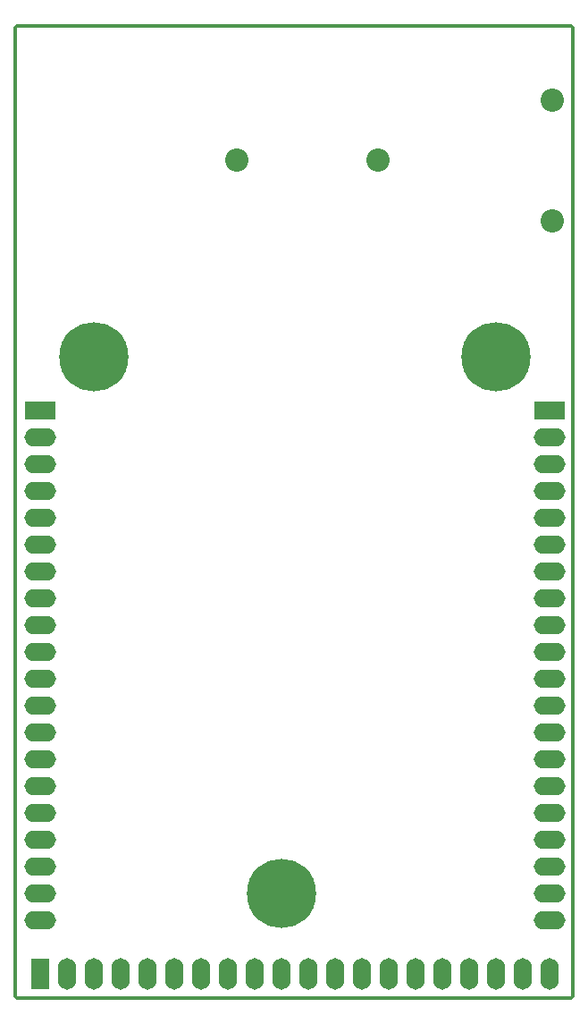
<source format=gbs>
G04*
G04 #@! TF.GenerationSoftware,Altium Limited,Altium Designer,18.1.7 (191)*
G04*
G04 Layer_Color=16711935*
%FSLAX25Y25*%
%MOIN*%
G70*
G01*
G75*
%ADD21C,0.01200*%
%ADD41C,0.08674*%
%ADD42C,0.25800*%
%ADD43O,0.11800X0.06800*%
%ADD44R,0.11800X0.06800*%
%ADD45O,0.06800X0.11800*%
%ADD46R,0.06800X0.11800*%
D21*
X100000Y461600D02*
G03*
X99400Y461000I0J-600D01*
G01*
X100000Y461600D02*
G03*
X99400Y461000I0J-600D01*
G01*
X307100D02*
G03*
X306500Y461600I-600J0D01*
G01*
X307100Y461000D02*
G03*
X306500Y461600I-600J0D01*
G01*
Y99400D02*
G03*
X307100Y100000I0J600D01*
G01*
X306500Y99400D02*
G03*
X307100Y100000I0J600D01*
G01*
X99400D02*
G03*
X100000Y99400I600J0D01*
G01*
X99400Y100000D02*
G03*
X100000Y99400I600J0D01*
G01*
X307100Y100000D02*
Y461000D01*
X100000Y461600D02*
X306500D01*
X100000Y99400D02*
X306500D01*
X99400Y100000D02*
Y461000D01*
D41*
X181783Y411598D02*
D03*
X234697D02*
D03*
X299500Y389197D02*
D03*
Y434000D02*
D03*
D42*
X278500Y338500D02*
D03*
X128500D02*
D03*
X198500Y138500D02*
D03*
D43*
X298500Y128500D02*
D03*
Y138500D02*
D03*
Y148500D02*
D03*
Y158500D02*
D03*
Y168500D02*
D03*
Y178500D02*
D03*
Y188500D02*
D03*
Y198500D02*
D03*
Y208500D02*
D03*
Y218500D02*
D03*
Y228500D02*
D03*
Y238500D02*
D03*
Y248500D02*
D03*
Y258500D02*
D03*
Y268500D02*
D03*
Y278500D02*
D03*
Y288500D02*
D03*
Y298500D02*
D03*
Y308500D02*
D03*
X108500Y128500D02*
D03*
Y138500D02*
D03*
Y148500D02*
D03*
Y158500D02*
D03*
Y168500D02*
D03*
Y178500D02*
D03*
Y188500D02*
D03*
Y198500D02*
D03*
Y208500D02*
D03*
Y218500D02*
D03*
Y228500D02*
D03*
Y238500D02*
D03*
Y248500D02*
D03*
Y258500D02*
D03*
Y268500D02*
D03*
Y278500D02*
D03*
Y288500D02*
D03*
Y298500D02*
D03*
Y308500D02*
D03*
D44*
X298500Y318500D02*
D03*
X108500D02*
D03*
D45*
X298500Y108500D02*
D03*
X288500D02*
D03*
X278500D02*
D03*
X268500D02*
D03*
X258500D02*
D03*
X248500D02*
D03*
X238500D02*
D03*
X228500D02*
D03*
X218500D02*
D03*
X208500D02*
D03*
X198500D02*
D03*
X188500D02*
D03*
X178500D02*
D03*
X168500D02*
D03*
X158500D02*
D03*
X148500D02*
D03*
X138500D02*
D03*
X128500D02*
D03*
X118500D02*
D03*
D46*
X108500D02*
D03*
M02*

</source>
